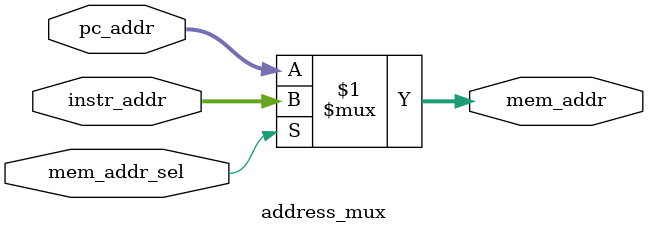
<source format=v>
`timescale 1ns / 1ps

module address_mux(
    input [4:0] pc_addr,        // PC address
    input [4:0] instr_addr,     // Instruction address field
    input mem_addr_sel,         // 0=PC, 1=instruction address
    output [4:0] mem_addr       // Output to memory
);
    
    assign mem_addr = (mem_addr_sel) ? instr_addr : pc_addr;
    
endmodule
</source>
